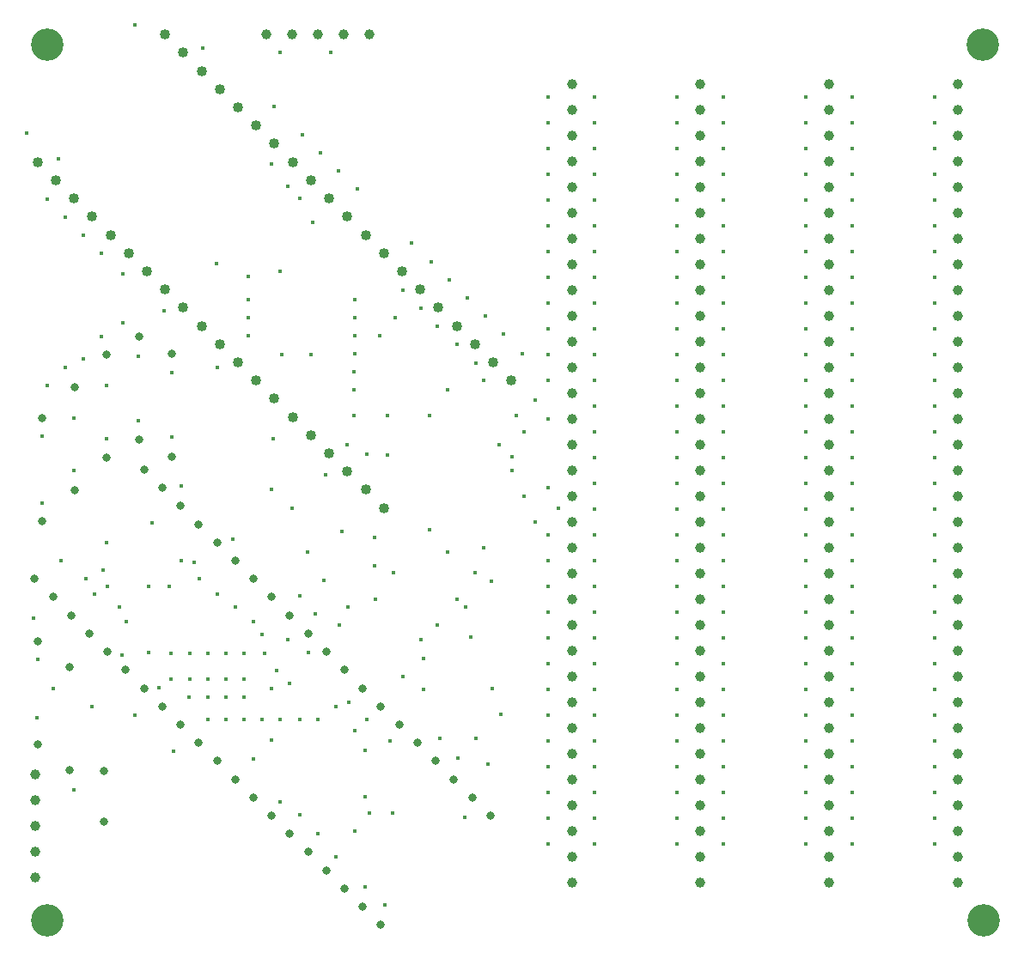
<source format=gbr>
%TF.GenerationSoftware,KiCad,Pcbnew,7.0.8*%
%TF.CreationDate,2023-12-31T18:02:01+01:00*%
%TF.ProjectId,Sorbus-Junior,536f7262-7573-42d4-9a75-6e696f722e6b,rev?*%
%TF.SameCoordinates,Original*%
%TF.FileFunction,Plated,1,2,PTH,Drill*%
%TF.FilePolarity,Positive*%
%FSLAX46Y46*%
G04 Gerber Fmt 4.6, Leading zero omitted, Abs format (unit mm)*
G04 Created by KiCad (PCBNEW 7.0.8) date 2023-12-31 18:02:01*
%MOMM*%
%LPD*%
G01*
G04 APERTURE LIST*
%TA.AperFunction,ViaDrill*%
%ADD10C,0.400000*%
%TD*%
%TA.AperFunction,ComponentDrill*%
%ADD11C,0.800000*%
%TD*%
%TA.AperFunction,ComponentDrill*%
%ADD12C,1.000000*%
%TD*%
%TA.AperFunction,ComponentDrill*%
%ADD13C,1.020000*%
%TD*%
%TA.AperFunction,ViaDrill*%
%ADD14C,3.200000*%
%TD*%
G04 APERTURE END LIST*
D10*
X27178000Y-38100000D03*
X27889200Y-85953600D03*
X28194000Y-95758000D03*
X28295600Y-90017600D03*
X28702000Y-67945000D03*
X28702000Y-74549000D03*
X29210000Y-44577000D03*
X29210000Y-62992000D03*
X29845002Y-92837000D03*
X30353000Y-40640000D03*
X30607000Y-80264000D03*
X30988000Y-46355000D03*
X30988000Y-61214000D03*
X31877000Y-66167000D03*
X31877000Y-71374000D03*
X31877000Y-102870000D03*
X32766000Y-48133000D03*
X32766000Y-60325000D03*
X33020000Y-82042000D03*
X33655000Y-94615000D03*
X33909000Y-83566000D03*
X34544000Y-49911000D03*
X34544000Y-58166000D03*
X34696400Y-81229200D03*
X35052000Y-62992000D03*
X35052000Y-68199000D03*
X35090026Y-78486006D03*
X35179000Y-82804000D03*
X36322000Y-84836000D03*
X36576000Y-89560400D03*
X36703000Y-51943000D03*
X36703000Y-56769000D03*
X37047000Y-86233000D03*
X37846000Y-27432000D03*
X37846000Y-95504000D03*
X38227000Y-60071000D03*
X38227000Y-66421000D03*
X39243000Y-82804000D03*
X39243000Y-89281000D03*
X39534000Y-76500883D03*
X40259000Y-92811600D03*
X40767000Y-55626000D03*
X41275000Y-82804000D03*
X41402000Y-89408000D03*
X41402000Y-91948000D03*
X41529000Y-61722000D03*
X41529000Y-68072000D03*
X41656000Y-99060000D03*
X42418000Y-72898000D03*
X42418014Y-80264000D03*
X43180000Y-93726000D03*
X43307000Y-89408000D03*
X43307000Y-91948000D03*
X43720855Y-80397541D03*
X44196000Y-82042000D03*
X44577000Y-29718000D03*
X45085000Y-89408000D03*
X45085000Y-91948000D03*
X45085000Y-93726000D03*
X45085000Y-95885000D03*
X45937000Y-50927000D03*
X45957231Y-83566000D03*
X45974000Y-61214000D03*
X46863000Y-89408000D03*
X46863000Y-91948000D03*
X46863000Y-93726000D03*
X46863000Y-95885000D03*
X47498000Y-78105000D03*
X47752000Y-84836000D03*
X48641000Y-89408000D03*
X48641000Y-91948000D03*
X48641000Y-93726000D03*
X48641000Y-95885000D03*
X49022000Y-52197000D03*
X49022000Y-54483000D03*
X49022000Y-56261000D03*
X49022000Y-58039000D03*
X49530000Y-86233002D03*
X49530000Y-99822000D03*
X50419000Y-87503000D03*
X50419000Y-95885000D03*
X50673000Y-89408000D03*
X51308000Y-41148000D03*
X51308000Y-73277717D03*
X51308000Y-92862400D03*
X51308000Y-97917000D03*
X51525000Y-68258490D03*
X51562000Y-35433000D03*
X51816000Y-91059000D03*
X52197000Y-30099000D03*
X52197000Y-51689000D03*
X52197000Y-95885000D03*
X52197000Y-104013000D03*
X52324000Y-59944000D03*
X52959000Y-43307000D03*
X52959000Y-88011000D03*
X53086000Y-92329000D03*
X53340000Y-75057000D03*
X54102000Y-44540897D03*
X54102000Y-83693000D03*
X54102000Y-95885000D03*
X54102000Y-105283000D03*
X54356000Y-38227000D03*
X54864000Y-79375000D03*
X54990996Y-89280992D03*
X55245000Y-59944000D03*
X55372000Y-46863000D03*
X55662487Y-85471000D03*
X55880000Y-95885000D03*
X55880000Y-107188000D03*
X56134000Y-40005000D03*
X56515000Y-82245200D03*
X56642000Y-71755000D03*
X57150000Y-30099000D03*
X57658000Y-94615006D03*
X57658000Y-109474000D03*
X57912000Y-41783000D03*
X58039000Y-86614000D03*
X58293000Y-77343000D03*
X58807066Y-68834002D03*
X58877198Y-84799000D03*
X58928000Y-94234000D03*
X59436000Y-61595000D03*
X59436000Y-63373000D03*
X59436000Y-65913000D03*
X59563000Y-54483000D03*
X59563000Y-56261000D03*
X59563000Y-58039000D03*
X59563000Y-59817000D03*
X59563000Y-97028000D03*
X59563000Y-106933996D03*
X59817000Y-43561000D03*
X60579000Y-98933000D03*
X60579000Y-103505000D03*
X60579000Y-112395000D03*
X60706000Y-69723000D03*
X60706000Y-95885000D03*
X60960000Y-105156000D03*
X61468000Y-77978000D03*
X61468000Y-80772000D03*
X61595000Y-84074000D03*
X61976000Y-58039002D03*
X62484000Y-114173000D03*
X62738000Y-65913000D03*
X62738000Y-69850000D03*
X62992000Y-98044000D03*
X63246000Y-105156000D03*
X63372994Y-81483200D03*
X63500000Y-56261004D03*
X64261996Y-91694000D03*
X64262004Y-53594000D03*
X65151000Y-48895000D03*
X66040000Y-55372000D03*
X66040000Y-88011000D03*
X66294000Y-89916000D03*
X66319400Y-92989400D03*
X66929000Y-65913000D03*
X66929000Y-77216000D03*
X67056000Y-50800000D03*
X67691000Y-57150000D03*
X67691002Y-86614000D03*
X67945000Y-97790000D03*
X68707000Y-63373002D03*
X68707000Y-79375000D03*
X68834000Y-52578000D03*
X69596000Y-58928000D03*
X69596000Y-84060200D03*
X69723000Y-99695000D03*
X70358000Y-105537000D03*
X70463343Y-84799000D03*
X70612000Y-54356000D03*
X70993000Y-87757000D03*
X71424800Y-81483198D03*
X71442152Y-60774154D03*
X71501000Y-97790000D03*
X72263000Y-62501409D03*
X72263000Y-78994002D03*
X72390000Y-56134000D03*
X72644000Y-100330000D03*
X73022567Y-82259000D03*
X73109247Y-92870447D03*
X73787000Y-68833994D03*
X73914000Y-95377000D03*
X74168000Y-57912000D03*
X75057000Y-69977000D03*
X75057000Y-71374002D03*
X75438000Y-65913000D03*
X76073000Y-59817000D03*
X76215829Y-67567836D03*
X76215829Y-73914000D03*
X77343000Y-64389002D03*
X77343000Y-76454000D03*
X78613000Y-34544000D03*
X78613000Y-37084000D03*
X78613000Y-39624000D03*
X78613000Y-42164000D03*
X78613000Y-44704000D03*
X78613000Y-47244000D03*
X78613000Y-49784000D03*
X78613000Y-52324000D03*
X78613000Y-54864000D03*
X78613000Y-57404000D03*
X78613000Y-59944000D03*
X78613000Y-62484000D03*
X78613000Y-73025000D03*
X78613000Y-77724000D03*
X78613000Y-80264000D03*
X78613000Y-82804000D03*
X78613000Y-85344000D03*
X78613000Y-87884000D03*
X78613000Y-90424000D03*
X78613000Y-92964000D03*
X78613000Y-95504000D03*
X78613000Y-98044000D03*
X78613000Y-100584000D03*
X78613000Y-103124000D03*
X78613000Y-105664000D03*
X78613000Y-108204000D03*
X78613002Y-66294000D03*
X79629000Y-75057000D03*
X83185000Y-34544000D03*
X83185000Y-37084000D03*
X83185000Y-39624000D03*
X83185000Y-42164000D03*
X83185000Y-44704000D03*
X83185000Y-47244000D03*
X83185000Y-49784000D03*
X83185000Y-52324000D03*
X83185000Y-54864000D03*
X83185000Y-57404000D03*
X83185000Y-59944000D03*
X83185000Y-62484000D03*
X83185000Y-65024000D03*
X83185000Y-67564000D03*
X83185000Y-70104000D03*
X83185000Y-72644000D03*
X83185000Y-75184000D03*
X83185000Y-77724000D03*
X83185000Y-80264000D03*
X83185000Y-82804000D03*
X83185000Y-85344000D03*
X83185000Y-87884000D03*
X83185000Y-90424000D03*
X83185000Y-92964000D03*
X83185000Y-95504000D03*
X83185000Y-98044000D03*
X83185000Y-100584000D03*
X83185000Y-103124000D03*
X83185000Y-105664000D03*
X83185000Y-108204000D03*
X91313000Y-34544000D03*
X91313000Y-37084000D03*
X91313000Y-39624000D03*
X91313000Y-42164000D03*
X91313000Y-44704000D03*
X91313000Y-47244000D03*
X91313000Y-49784000D03*
X91313000Y-52324000D03*
X91313000Y-54864000D03*
X91313000Y-57404000D03*
X91313000Y-59944000D03*
X91313000Y-62484000D03*
X91313000Y-65024000D03*
X91313000Y-67564000D03*
X91313000Y-70104000D03*
X91313000Y-72644000D03*
X91313000Y-75184000D03*
X91313000Y-77724000D03*
X91313000Y-80264000D03*
X91313000Y-82804000D03*
X91313000Y-85344000D03*
X91313000Y-87884000D03*
X91313000Y-90424000D03*
X91313000Y-92964000D03*
X91313000Y-95504000D03*
X91313000Y-98044000D03*
X91313000Y-100584000D03*
X91313000Y-103124000D03*
X91313000Y-105664000D03*
X91313000Y-108204000D03*
X95885000Y-34544000D03*
X95885000Y-37084000D03*
X95885000Y-39624000D03*
X95885000Y-42164000D03*
X95885000Y-44704000D03*
X95885000Y-47244000D03*
X95885000Y-49784000D03*
X95885000Y-52324000D03*
X95885000Y-54864000D03*
X95885000Y-57404000D03*
X95885000Y-59944000D03*
X95885000Y-62484000D03*
X95885000Y-65024000D03*
X95885000Y-67564000D03*
X95885000Y-70104000D03*
X95885000Y-72644000D03*
X95885000Y-75184000D03*
X95885000Y-77724000D03*
X95885000Y-80264000D03*
X95885000Y-82804000D03*
X95885000Y-85344000D03*
X95885000Y-87884000D03*
X95885000Y-90424000D03*
X95885000Y-92964000D03*
X95885000Y-95504000D03*
X95885000Y-98044000D03*
X95885000Y-100584000D03*
X95885000Y-103124000D03*
X95885000Y-105664000D03*
X95885000Y-108204000D03*
X104013000Y-34544000D03*
X104013000Y-37084000D03*
X104013000Y-39624000D03*
X104013000Y-42164000D03*
X104013000Y-44704000D03*
X104013000Y-47244000D03*
X104013000Y-49784000D03*
X104013000Y-52324000D03*
X104013000Y-54864000D03*
X104013000Y-57404000D03*
X104013000Y-59944000D03*
X104013000Y-62484000D03*
X104013000Y-65024000D03*
X104013000Y-67564000D03*
X104013000Y-70104000D03*
X104013000Y-72644000D03*
X104013000Y-75184000D03*
X104013000Y-77724000D03*
X104013000Y-80264000D03*
X104013000Y-82804000D03*
X104013000Y-85344000D03*
X104013000Y-87884000D03*
X104013000Y-90424000D03*
X104013000Y-92964000D03*
X104013000Y-95504000D03*
X104013000Y-98044000D03*
X104013000Y-100584000D03*
X104013000Y-103124000D03*
X104013000Y-105664000D03*
X104013000Y-108204000D03*
X108585000Y-34544000D03*
X108585000Y-37084000D03*
X108585000Y-39624000D03*
X108585000Y-42164000D03*
X108585000Y-44704000D03*
X108585000Y-47244000D03*
X108585000Y-49784000D03*
X108585000Y-52324000D03*
X108585000Y-54864000D03*
X108585000Y-57404000D03*
X108585000Y-59944000D03*
X108585000Y-62484000D03*
X108585000Y-65024000D03*
X108585000Y-67564000D03*
X108585000Y-70104000D03*
X108585000Y-72644000D03*
X108585000Y-75184000D03*
X108585000Y-77724000D03*
X108585000Y-80264000D03*
X108585000Y-82804000D03*
X108585000Y-85344000D03*
X108585000Y-87884000D03*
X108585000Y-90424000D03*
X108585000Y-92964000D03*
X108585000Y-95504000D03*
X108585000Y-98044000D03*
X108585000Y-100584000D03*
X108585000Y-103124000D03*
X108585000Y-105664000D03*
X108585000Y-108204000D03*
X116713000Y-34544000D03*
X116713000Y-37084000D03*
X116713000Y-39624000D03*
X116713000Y-42164000D03*
X116713000Y-44704000D03*
X116713000Y-47244000D03*
X116713000Y-49784000D03*
X116713000Y-52324000D03*
X116713000Y-54864000D03*
X116713000Y-57404000D03*
X116713000Y-59944000D03*
X116713000Y-62484000D03*
X116713000Y-65024000D03*
X116713000Y-67564000D03*
X116713000Y-70104000D03*
X116713000Y-72644000D03*
X116713000Y-75184000D03*
X116713000Y-77724000D03*
X116713000Y-80264000D03*
X116713000Y-82804000D03*
X116713000Y-85344000D03*
X116713000Y-87884000D03*
X116713000Y-90424000D03*
X116713000Y-92964000D03*
X116713000Y-95504000D03*
X116713000Y-98044000D03*
X116713000Y-100584000D03*
X116713000Y-103124000D03*
X116713000Y-105664000D03*
X116713000Y-108204000D03*
D11*
%TO.C,U2*%
X27996719Y-82061334D03*
%TO.C,R3*%
X28295600Y-88188800D03*
X28295600Y-98348800D03*
%TO.C,R4*%
X28740026Y-66167641D03*
X28740026Y-76327641D03*
%TO.C,U2*%
X29792770Y-83857385D03*
%TO.C,R2*%
X31419800Y-90779600D03*
X31419800Y-100939600D03*
%TO.C,U2*%
X31588821Y-85653436D03*
%TO.C,R5*%
X31915026Y-63119641D03*
X31915026Y-73279641D03*
%TO.C,U2*%
X33384873Y-87449488D03*
%TO.C,C1*%
X34798000Y-101005000D03*
X34798000Y-106005000D03*
%TO.C,R6*%
X35090026Y-59944641D03*
X35090026Y-70104641D03*
%TO.C,U2*%
X35180924Y-89245539D03*
X36976975Y-91041590D03*
%TO.C,R7*%
X38265026Y-58166641D03*
X38265026Y-68326641D03*
%TO.C,U2*%
X38773026Y-71285027D03*
X38773026Y-92837641D03*
X40569078Y-73081078D03*
X40569078Y-94633693D03*
%TO.C,R1*%
X41529000Y-59817000D03*
X41529000Y-69977000D03*
%TO.C,U2*%
X42365129Y-74877129D03*
X42365129Y-96429744D03*
X44161180Y-76673180D03*
X44161180Y-98225795D03*
X45957231Y-78469232D03*
X45957231Y-100021846D03*
X47753282Y-80265283D03*
X47753282Y-101817897D03*
X49549334Y-82061334D03*
X49549334Y-103613949D03*
X51345385Y-83857385D03*
X51345385Y-105410000D03*
X53141436Y-85653436D03*
X53141436Y-107206051D03*
X54937487Y-87449488D03*
X54937487Y-109002102D03*
X56733539Y-89245539D03*
X56733539Y-110798154D03*
X58529590Y-91041590D03*
X58529590Y-112594205D03*
X60325641Y-92837641D03*
X60325641Y-114390256D03*
X62121692Y-94633693D03*
X62121692Y-116186307D03*
X63917743Y-96429744D03*
X65713795Y-98225795D03*
X67509846Y-100021846D03*
X69305897Y-101817897D03*
X71101948Y-103613949D03*
X72898000Y-105410000D03*
D12*
%TO.C,J6*%
X28067000Y-101346000D03*
X28067000Y-103886000D03*
X28067000Y-106426000D03*
X28067000Y-108966000D03*
X28067000Y-111506000D03*
%TO.C,J5*%
X50805000Y-28346400D03*
X53345000Y-28346400D03*
X55885000Y-28346400D03*
X58425000Y-28346400D03*
X60965000Y-28346400D03*
%TO.C,J4*%
X80924400Y-33274000D03*
X80924400Y-35814000D03*
X80924400Y-38354000D03*
X80924400Y-40894000D03*
X80924400Y-43434000D03*
X80924400Y-45974000D03*
X80924400Y-48514000D03*
X80924400Y-51054000D03*
X80924400Y-53594000D03*
X80924400Y-56134000D03*
X80924400Y-58674000D03*
X80924400Y-61214000D03*
X80924400Y-63754000D03*
X80924400Y-66294000D03*
X80924400Y-68834000D03*
X80924400Y-71374000D03*
X80924400Y-73914000D03*
X80924400Y-76454000D03*
X80924400Y-78994000D03*
X80924400Y-81534000D03*
X80924400Y-84074000D03*
X80924400Y-86614000D03*
X80924400Y-89154000D03*
X80924400Y-91694000D03*
X80924400Y-94234000D03*
X80924400Y-96774000D03*
X80924400Y-99314000D03*
X80924400Y-101854000D03*
X80924400Y-104394000D03*
X80924400Y-106934000D03*
X80924400Y-109474000D03*
X80924400Y-112014000D03*
%TO.C,J3*%
X93599000Y-33274000D03*
X93599000Y-35814000D03*
X93599000Y-38354000D03*
X93599000Y-40894000D03*
X93599000Y-43434000D03*
X93599000Y-45974000D03*
X93599000Y-48514000D03*
X93599000Y-51054000D03*
X93599000Y-53594000D03*
X93599000Y-56134000D03*
X93599000Y-58674000D03*
X93599000Y-61214000D03*
X93599000Y-63754000D03*
X93599000Y-66294000D03*
X93599000Y-68834000D03*
X93599000Y-71374000D03*
X93599000Y-73914000D03*
X93599000Y-76454000D03*
X93599000Y-78994000D03*
X93599000Y-81534000D03*
X93599000Y-84074000D03*
X93599000Y-86614000D03*
X93599000Y-89154000D03*
X93599000Y-91694000D03*
X93599000Y-94234000D03*
X93599000Y-96774000D03*
X93599000Y-99314000D03*
X93599000Y-101854000D03*
X93599000Y-104394000D03*
X93599000Y-106934000D03*
X93599000Y-109474000D03*
X93599000Y-112014000D03*
%TO.C,J2*%
X106299000Y-33274000D03*
X106299000Y-35814000D03*
X106299000Y-38354000D03*
X106299000Y-40894000D03*
X106299000Y-43434000D03*
X106299000Y-45974000D03*
X106299000Y-48514000D03*
X106299000Y-51054000D03*
X106299000Y-53594000D03*
X106299000Y-56134000D03*
X106299000Y-58674000D03*
X106299000Y-61214000D03*
X106299000Y-63754000D03*
X106299000Y-66294000D03*
X106299000Y-68834000D03*
X106299000Y-71374000D03*
X106299000Y-73914000D03*
X106299000Y-76454000D03*
X106299000Y-78994000D03*
X106299000Y-81534000D03*
X106299000Y-84074000D03*
X106299000Y-86614000D03*
X106299000Y-89154000D03*
X106299000Y-91694000D03*
X106299000Y-94234000D03*
X106299000Y-96774000D03*
X106299000Y-99314000D03*
X106299000Y-101854000D03*
X106299000Y-104394000D03*
X106299000Y-106934000D03*
X106299000Y-109474000D03*
X106299000Y-112014000D03*
%TO.C,J1*%
X118999000Y-33274000D03*
X118999000Y-35814000D03*
X118999000Y-38354000D03*
X118999000Y-40894000D03*
X118999000Y-43434000D03*
X118999000Y-45974000D03*
X118999000Y-48514000D03*
X118999000Y-51054000D03*
X118999000Y-53594000D03*
X118999000Y-56134000D03*
X118999000Y-58674000D03*
X118999000Y-61214000D03*
X118999000Y-63754000D03*
X118999000Y-66294000D03*
X118999000Y-68834000D03*
X118999000Y-71374000D03*
X118999000Y-73914000D03*
X118999000Y-76454000D03*
X118999000Y-78994000D03*
X118999000Y-81534000D03*
X118999000Y-84074000D03*
X118999000Y-86614000D03*
X118999000Y-89154000D03*
X118999000Y-91694000D03*
X118999000Y-94234000D03*
X118999000Y-96774000D03*
X118999000Y-99314000D03*
X118999000Y-101854000D03*
X118999000Y-104394000D03*
X118999000Y-106934000D03*
X118999000Y-109474000D03*
X118999000Y-112014000D03*
D13*
%TO.C,U1*%
X28274195Y-40948795D03*
X30070246Y-42744846D03*
X31866298Y-44540897D03*
X33662349Y-46336948D03*
X35458400Y-48133000D03*
X37254451Y-49929051D03*
X39050502Y-51725102D03*
X40846554Y-28376436D03*
X40846554Y-53521153D03*
X42642605Y-30172487D03*
X42642605Y-55317204D03*
X44438656Y-31968539D03*
X44438656Y-57113256D03*
X46234707Y-33764590D03*
X46234707Y-58909307D03*
X48030759Y-35560641D03*
X48030759Y-60705358D03*
X49826810Y-37356692D03*
X49826810Y-62501409D03*
X51622861Y-39152743D03*
X51622861Y-64297461D03*
X53418912Y-40948795D03*
X53418912Y-66093512D03*
X55214963Y-42744846D03*
X55214963Y-67889563D03*
X57011015Y-44540897D03*
X57011015Y-69685614D03*
X58807066Y-46336948D03*
X58807066Y-71481665D03*
X60603117Y-48133000D03*
X60603117Y-73277717D03*
X62399168Y-49929051D03*
X62399168Y-75073768D03*
X64195220Y-51725102D03*
X65991271Y-53521153D03*
X67787322Y-55317204D03*
X69583373Y-57113256D03*
X71379424Y-58909307D03*
X73175476Y-60705358D03*
X74971527Y-62501409D03*
%TD*%
D14*
X29210000Y-29337000D03*
X29210000Y-115697000D03*
X121412000Y-29337000D03*
X121539000Y-115697000D03*
M02*

</source>
